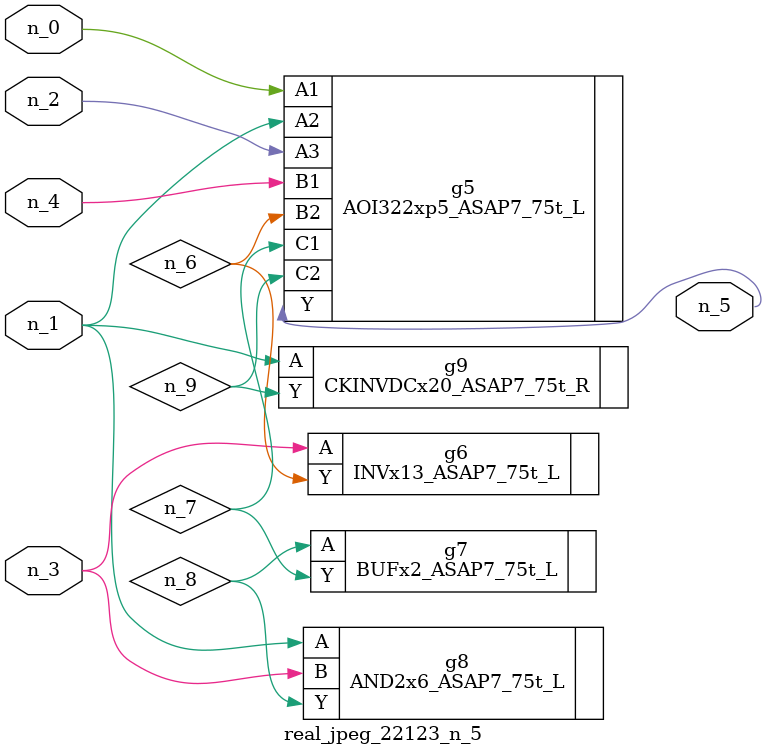
<source format=v>
module real_jpeg_22123_n_5 (n_4, n_0, n_1, n_2, n_3, n_5);

input n_4;
input n_0;
input n_1;
input n_2;
input n_3;

output n_5;

wire n_8;
wire n_6;
wire n_7;
wire n_9;

AOI322xp5_ASAP7_75t_L g5 ( 
.A1(n_0),
.A2(n_1),
.A3(n_2),
.B1(n_4),
.B2(n_6),
.C1(n_7),
.C2(n_9),
.Y(n_5)
);

AND2x6_ASAP7_75t_L g8 ( 
.A(n_1),
.B(n_3),
.Y(n_8)
);

CKINVDCx20_ASAP7_75t_R g9 ( 
.A(n_1),
.Y(n_9)
);

INVx13_ASAP7_75t_L g6 ( 
.A(n_3),
.Y(n_6)
);

BUFx2_ASAP7_75t_L g7 ( 
.A(n_8),
.Y(n_7)
);


endmodule
</source>
